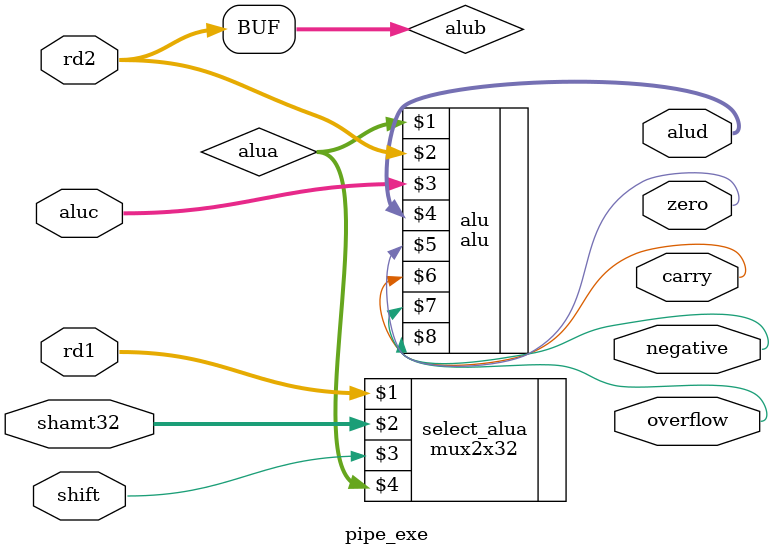
<source format=v>
`timescale 1ns / 1ps
module pipe_exe(
		input [31:0] rd1,
		input [31:0] rd2,
		input [31:0] shamt32,
		input shift,
		input [3:0] aluc,
		output[31:0] alud,
		output zero,
		output carry,
		output negative,
		output overflow
    );
wire [31:0] alua, alub;

alu alu(alua, alub, aluc, alud, zero, carry, negative, overflow);
mux2x32 select_alua(rd1, shamt32, shift, alua);

assign alub = rd2;

endmodule

</source>
